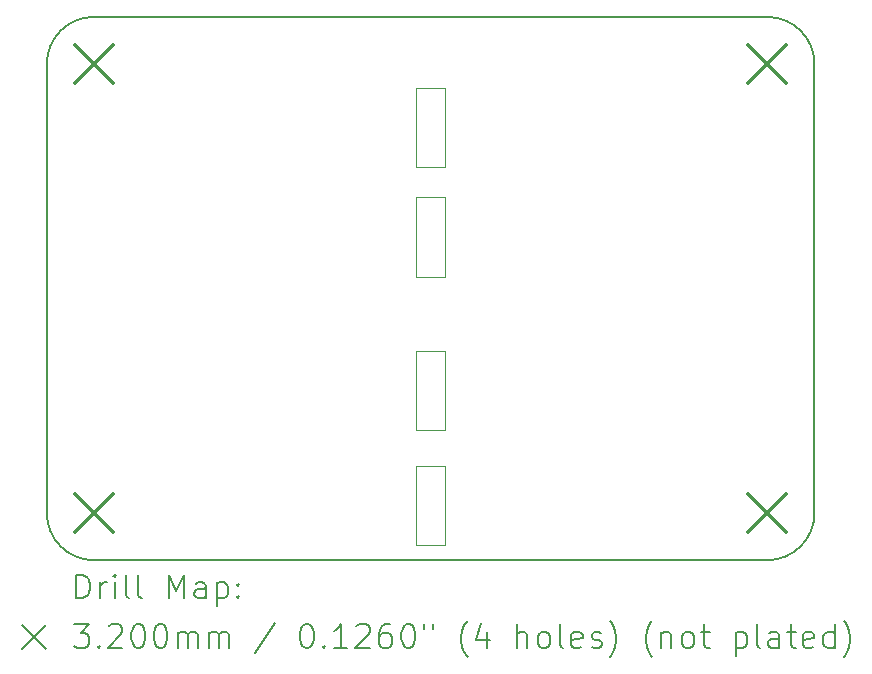
<source format=gbr>
%TF.GenerationSoftware,KiCad,Pcbnew,8.0.2-8.0.2-0~ubuntu22.04.1*%
%TF.CreationDate,2024-05-09T21:58:07-07:00*%
%TF.ProjectId,pifire-relay-module,70696669-7265-42d7-9265-6c61792d6d6f,rev?*%
%TF.SameCoordinates,Original*%
%TF.FileFunction,Drillmap*%
%TF.FilePolarity,Positive*%
%FSLAX45Y45*%
G04 Gerber Fmt 4.5, Leading zero omitted, Abs format (unit mm)*
G04 Created by KiCad (PCBNEW 8.0.2-8.0.2-0~ubuntu22.04.1) date 2024-05-09 21:58:07*
%MOMM*%
%LPD*%
G01*
G04 APERTURE LIST*
%ADD10C,0.050000*%
%ADD11C,0.200000*%
%ADD12C,0.320000*%
G04 APERTURE END LIST*
D10*
X5625000Y-5325000D02*
X5875000Y-5325000D01*
X5875000Y-6000000D01*
X5625000Y-6000000D01*
X5625000Y-5325000D01*
D11*
X9000000Y-2900000D02*
X9000000Y-6700000D01*
X2900000Y-2500000D02*
X8600000Y-2500000D01*
D10*
X5625000Y-3100000D02*
X5875000Y-3100000D01*
X5875000Y-3775000D01*
X5625000Y-3775000D01*
X5625000Y-3100000D01*
X5625000Y-6300000D02*
X5875000Y-6300000D01*
X5875000Y-6975000D01*
X5625000Y-6975000D01*
X5625000Y-6300000D01*
X5625000Y-4025000D02*
X5875000Y-4025000D01*
X5875000Y-4700000D01*
X5625000Y-4700000D01*
X5625000Y-4025000D01*
D11*
X8600000Y-2500000D02*
G75*
G02*
X9000000Y-2900000I0J-400000D01*
G01*
X8600000Y-7100000D02*
X2900000Y-7100000D01*
X2500000Y-2900000D02*
G75*
G02*
X2900000Y-2500000I400000J0D01*
G01*
X9000000Y-6700000D02*
G75*
G02*
X8600000Y-7100000I-400000J0D01*
G01*
X2900000Y-7100000D02*
G75*
G02*
X2500000Y-6700000I0J400000D01*
G01*
X2500000Y-6700000D02*
X2500000Y-2900000D01*
D12*
X2740000Y-2740000D02*
X3060000Y-3060000D01*
X3060000Y-2740000D02*
X2740000Y-3060000D01*
X2740000Y-6540000D02*
X3060000Y-6860000D01*
X3060000Y-6540000D02*
X2740000Y-6860000D01*
X8440000Y-2740000D02*
X8760000Y-3060000D01*
X8760000Y-2740000D02*
X8440000Y-3060000D01*
X8440000Y-6540000D02*
X8760000Y-6860000D01*
X8760000Y-6540000D02*
X8440000Y-6860000D01*
D11*
X2750777Y-7421484D02*
X2750777Y-7221484D01*
X2750777Y-7221484D02*
X2798396Y-7221484D01*
X2798396Y-7221484D02*
X2826967Y-7231008D01*
X2826967Y-7231008D02*
X2846015Y-7250055D01*
X2846015Y-7250055D02*
X2855539Y-7269103D01*
X2855539Y-7269103D02*
X2865062Y-7307198D01*
X2865062Y-7307198D02*
X2865062Y-7335769D01*
X2865062Y-7335769D02*
X2855539Y-7373865D01*
X2855539Y-7373865D02*
X2846015Y-7392912D01*
X2846015Y-7392912D02*
X2826967Y-7411960D01*
X2826967Y-7411960D02*
X2798396Y-7421484D01*
X2798396Y-7421484D02*
X2750777Y-7421484D01*
X2950777Y-7421484D02*
X2950777Y-7288150D01*
X2950777Y-7326246D02*
X2960301Y-7307198D01*
X2960301Y-7307198D02*
X2969824Y-7297674D01*
X2969824Y-7297674D02*
X2988872Y-7288150D01*
X2988872Y-7288150D02*
X3007920Y-7288150D01*
X3074586Y-7421484D02*
X3074586Y-7288150D01*
X3074586Y-7221484D02*
X3065062Y-7231008D01*
X3065062Y-7231008D02*
X3074586Y-7240531D01*
X3074586Y-7240531D02*
X3084110Y-7231008D01*
X3084110Y-7231008D02*
X3074586Y-7221484D01*
X3074586Y-7221484D02*
X3074586Y-7240531D01*
X3198396Y-7421484D02*
X3179348Y-7411960D01*
X3179348Y-7411960D02*
X3169824Y-7392912D01*
X3169824Y-7392912D02*
X3169824Y-7221484D01*
X3303158Y-7421484D02*
X3284110Y-7411960D01*
X3284110Y-7411960D02*
X3274586Y-7392912D01*
X3274586Y-7392912D02*
X3274586Y-7221484D01*
X3531729Y-7421484D02*
X3531729Y-7221484D01*
X3531729Y-7221484D02*
X3598396Y-7364341D01*
X3598396Y-7364341D02*
X3665062Y-7221484D01*
X3665062Y-7221484D02*
X3665062Y-7421484D01*
X3846015Y-7421484D02*
X3846015Y-7316722D01*
X3846015Y-7316722D02*
X3836491Y-7297674D01*
X3836491Y-7297674D02*
X3817443Y-7288150D01*
X3817443Y-7288150D02*
X3779348Y-7288150D01*
X3779348Y-7288150D02*
X3760301Y-7297674D01*
X3846015Y-7411960D02*
X3826967Y-7421484D01*
X3826967Y-7421484D02*
X3779348Y-7421484D01*
X3779348Y-7421484D02*
X3760301Y-7411960D01*
X3760301Y-7411960D02*
X3750777Y-7392912D01*
X3750777Y-7392912D02*
X3750777Y-7373865D01*
X3750777Y-7373865D02*
X3760301Y-7354817D01*
X3760301Y-7354817D02*
X3779348Y-7345293D01*
X3779348Y-7345293D02*
X3826967Y-7345293D01*
X3826967Y-7345293D02*
X3846015Y-7335769D01*
X3941253Y-7288150D02*
X3941253Y-7488150D01*
X3941253Y-7297674D02*
X3960301Y-7288150D01*
X3960301Y-7288150D02*
X3998396Y-7288150D01*
X3998396Y-7288150D02*
X4017443Y-7297674D01*
X4017443Y-7297674D02*
X4026967Y-7307198D01*
X4026967Y-7307198D02*
X4036491Y-7326246D01*
X4036491Y-7326246D02*
X4036491Y-7383388D01*
X4036491Y-7383388D02*
X4026967Y-7402436D01*
X4026967Y-7402436D02*
X4017443Y-7411960D01*
X4017443Y-7411960D02*
X3998396Y-7421484D01*
X3998396Y-7421484D02*
X3960301Y-7421484D01*
X3960301Y-7421484D02*
X3941253Y-7411960D01*
X4122205Y-7402436D02*
X4131729Y-7411960D01*
X4131729Y-7411960D02*
X4122205Y-7421484D01*
X4122205Y-7421484D02*
X4112682Y-7411960D01*
X4112682Y-7411960D02*
X4122205Y-7402436D01*
X4122205Y-7402436D02*
X4122205Y-7421484D01*
X4122205Y-7297674D02*
X4131729Y-7307198D01*
X4131729Y-7307198D02*
X4122205Y-7316722D01*
X4122205Y-7316722D02*
X4112682Y-7307198D01*
X4112682Y-7307198D02*
X4122205Y-7297674D01*
X4122205Y-7297674D02*
X4122205Y-7316722D01*
X2290000Y-7650000D02*
X2490000Y-7850000D01*
X2490000Y-7650000D02*
X2290000Y-7850000D01*
X2731729Y-7641484D02*
X2855539Y-7641484D01*
X2855539Y-7641484D02*
X2788872Y-7717674D01*
X2788872Y-7717674D02*
X2817443Y-7717674D01*
X2817443Y-7717674D02*
X2836491Y-7727198D01*
X2836491Y-7727198D02*
X2846015Y-7736722D01*
X2846015Y-7736722D02*
X2855539Y-7755769D01*
X2855539Y-7755769D02*
X2855539Y-7803388D01*
X2855539Y-7803388D02*
X2846015Y-7822436D01*
X2846015Y-7822436D02*
X2836491Y-7831960D01*
X2836491Y-7831960D02*
X2817443Y-7841484D01*
X2817443Y-7841484D02*
X2760301Y-7841484D01*
X2760301Y-7841484D02*
X2741253Y-7831960D01*
X2741253Y-7831960D02*
X2731729Y-7822436D01*
X2941253Y-7822436D02*
X2950777Y-7831960D01*
X2950777Y-7831960D02*
X2941253Y-7841484D01*
X2941253Y-7841484D02*
X2931729Y-7831960D01*
X2931729Y-7831960D02*
X2941253Y-7822436D01*
X2941253Y-7822436D02*
X2941253Y-7841484D01*
X3026967Y-7660531D02*
X3036491Y-7651008D01*
X3036491Y-7651008D02*
X3055539Y-7641484D01*
X3055539Y-7641484D02*
X3103158Y-7641484D01*
X3103158Y-7641484D02*
X3122205Y-7651008D01*
X3122205Y-7651008D02*
X3131729Y-7660531D01*
X3131729Y-7660531D02*
X3141253Y-7679579D01*
X3141253Y-7679579D02*
X3141253Y-7698627D01*
X3141253Y-7698627D02*
X3131729Y-7727198D01*
X3131729Y-7727198D02*
X3017443Y-7841484D01*
X3017443Y-7841484D02*
X3141253Y-7841484D01*
X3265062Y-7641484D02*
X3284110Y-7641484D01*
X3284110Y-7641484D02*
X3303158Y-7651008D01*
X3303158Y-7651008D02*
X3312682Y-7660531D01*
X3312682Y-7660531D02*
X3322205Y-7679579D01*
X3322205Y-7679579D02*
X3331729Y-7717674D01*
X3331729Y-7717674D02*
X3331729Y-7765293D01*
X3331729Y-7765293D02*
X3322205Y-7803388D01*
X3322205Y-7803388D02*
X3312682Y-7822436D01*
X3312682Y-7822436D02*
X3303158Y-7831960D01*
X3303158Y-7831960D02*
X3284110Y-7841484D01*
X3284110Y-7841484D02*
X3265062Y-7841484D01*
X3265062Y-7841484D02*
X3246015Y-7831960D01*
X3246015Y-7831960D02*
X3236491Y-7822436D01*
X3236491Y-7822436D02*
X3226967Y-7803388D01*
X3226967Y-7803388D02*
X3217443Y-7765293D01*
X3217443Y-7765293D02*
X3217443Y-7717674D01*
X3217443Y-7717674D02*
X3226967Y-7679579D01*
X3226967Y-7679579D02*
X3236491Y-7660531D01*
X3236491Y-7660531D02*
X3246015Y-7651008D01*
X3246015Y-7651008D02*
X3265062Y-7641484D01*
X3455539Y-7641484D02*
X3474586Y-7641484D01*
X3474586Y-7641484D02*
X3493634Y-7651008D01*
X3493634Y-7651008D02*
X3503158Y-7660531D01*
X3503158Y-7660531D02*
X3512682Y-7679579D01*
X3512682Y-7679579D02*
X3522205Y-7717674D01*
X3522205Y-7717674D02*
X3522205Y-7765293D01*
X3522205Y-7765293D02*
X3512682Y-7803388D01*
X3512682Y-7803388D02*
X3503158Y-7822436D01*
X3503158Y-7822436D02*
X3493634Y-7831960D01*
X3493634Y-7831960D02*
X3474586Y-7841484D01*
X3474586Y-7841484D02*
X3455539Y-7841484D01*
X3455539Y-7841484D02*
X3436491Y-7831960D01*
X3436491Y-7831960D02*
X3426967Y-7822436D01*
X3426967Y-7822436D02*
X3417443Y-7803388D01*
X3417443Y-7803388D02*
X3407920Y-7765293D01*
X3407920Y-7765293D02*
X3407920Y-7717674D01*
X3407920Y-7717674D02*
X3417443Y-7679579D01*
X3417443Y-7679579D02*
X3426967Y-7660531D01*
X3426967Y-7660531D02*
X3436491Y-7651008D01*
X3436491Y-7651008D02*
X3455539Y-7641484D01*
X3607920Y-7841484D02*
X3607920Y-7708150D01*
X3607920Y-7727198D02*
X3617443Y-7717674D01*
X3617443Y-7717674D02*
X3636491Y-7708150D01*
X3636491Y-7708150D02*
X3665063Y-7708150D01*
X3665063Y-7708150D02*
X3684110Y-7717674D01*
X3684110Y-7717674D02*
X3693634Y-7736722D01*
X3693634Y-7736722D02*
X3693634Y-7841484D01*
X3693634Y-7736722D02*
X3703158Y-7717674D01*
X3703158Y-7717674D02*
X3722205Y-7708150D01*
X3722205Y-7708150D02*
X3750777Y-7708150D01*
X3750777Y-7708150D02*
X3769824Y-7717674D01*
X3769824Y-7717674D02*
X3779348Y-7736722D01*
X3779348Y-7736722D02*
X3779348Y-7841484D01*
X3874586Y-7841484D02*
X3874586Y-7708150D01*
X3874586Y-7727198D02*
X3884110Y-7717674D01*
X3884110Y-7717674D02*
X3903158Y-7708150D01*
X3903158Y-7708150D02*
X3931729Y-7708150D01*
X3931729Y-7708150D02*
X3950777Y-7717674D01*
X3950777Y-7717674D02*
X3960301Y-7736722D01*
X3960301Y-7736722D02*
X3960301Y-7841484D01*
X3960301Y-7736722D02*
X3969824Y-7717674D01*
X3969824Y-7717674D02*
X3988872Y-7708150D01*
X3988872Y-7708150D02*
X4017443Y-7708150D01*
X4017443Y-7708150D02*
X4036491Y-7717674D01*
X4036491Y-7717674D02*
X4046015Y-7736722D01*
X4046015Y-7736722D02*
X4046015Y-7841484D01*
X4436491Y-7631960D02*
X4265063Y-7889103D01*
X4693634Y-7641484D02*
X4712682Y-7641484D01*
X4712682Y-7641484D02*
X4731729Y-7651008D01*
X4731729Y-7651008D02*
X4741253Y-7660531D01*
X4741253Y-7660531D02*
X4750777Y-7679579D01*
X4750777Y-7679579D02*
X4760301Y-7717674D01*
X4760301Y-7717674D02*
X4760301Y-7765293D01*
X4760301Y-7765293D02*
X4750777Y-7803388D01*
X4750777Y-7803388D02*
X4741253Y-7822436D01*
X4741253Y-7822436D02*
X4731729Y-7831960D01*
X4731729Y-7831960D02*
X4712682Y-7841484D01*
X4712682Y-7841484D02*
X4693634Y-7841484D01*
X4693634Y-7841484D02*
X4674587Y-7831960D01*
X4674587Y-7831960D02*
X4665063Y-7822436D01*
X4665063Y-7822436D02*
X4655539Y-7803388D01*
X4655539Y-7803388D02*
X4646015Y-7765293D01*
X4646015Y-7765293D02*
X4646015Y-7717674D01*
X4646015Y-7717674D02*
X4655539Y-7679579D01*
X4655539Y-7679579D02*
X4665063Y-7660531D01*
X4665063Y-7660531D02*
X4674587Y-7651008D01*
X4674587Y-7651008D02*
X4693634Y-7641484D01*
X4846015Y-7822436D02*
X4855539Y-7831960D01*
X4855539Y-7831960D02*
X4846015Y-7841484D01*
X4846015Y-7841484D02*
X4836491Y-7831960D01*
X4836491Y-7831960D02*
X4846015Y-7822436D01*
X4846015Y-7822436D02*
X4846015Y-7841484D01*
X5046015Y-7841484D02*
X4931729Y-7841484D01*
X4988872Y-7841484D02*
X4988872Y-7641484D01*
X4988872Y-7641484D02*
X4969825Y-7670055D01*
X4969825Y-7670055D02*
X4950777Y-7689103D01*
X4950777Y-7689103D02*
X4931729Y-7698627D01*
X5122206Y-7660531D02*
X5131729Y-7651008D01*
X5131729Y-7651008D02*
X5150777Y-7641484D01*
X5150777Y-7641484D02*
X5198396Y-7641484D01*
X5198396Y-7641484D02*
X5217444Y-7651008D01*
X5217444Y-7651008D02*
X5226968Y-7660531D01*
X5226968Y-7660531D02*
X5236491Y-7679579D01*
X5236491Y-7679579D02*
X5236491Y-7698627D01*
X5236491Y-7698627D02*
X5226968Y-7727198D01*
X5226968Y-7727198D02*
X5112682Y-7841484D01*
X5112682Y-7841484D02*
X5236491Y-7841484D01*
X5407920Y-7641484D02*
X5369825Y-7641484D01*
X5369825Y-7641484D02*
X5350777Y-7651008D01*
X5350777Y-7651008D02*
X5341253Y-7660531D01*
X5341253Y-7660531D02*
X5322206Y-7689103D01*
X5322206Y-7689103D02*
X5312682Y-7727198D01*
X5312682Y-7727198D02*
X5312682Y-7803388D01*
X5312682Y-7803388D02*
X5322206Y-7822436D01*
X5322206Y-7822436D02*
X5331729Y-7831960D01*
X5331729Y-7831960D02*
X5350777Y-7841484D01*
X5350777Y-7841484D02*
X5388872Y-7841484D01*
X5388872Y-7841484D02*
X5407920Y-7831960D01*
X5407920Y-7831960D02*
X5417444Y-7822436D01*
X5417444Y-7822436D02*
X5426968Y-7803388D01*
X5426968Y-7803388D02*
X5426968Y-7755769D01*
X5426968Y-7755769D02*
X5417444Y-7736722D01*
X5417444Y-7736722D02*
X5407920Y-7727198D01*
X5407920Y-7727198D02*
X5388872Y-7717674D01*
X5388872Y-7717674D02*
X5350777Y-7717674D01*
X5350777Y-7717674D02*
X5331729Y-7727198D01*
X5331729Y-7727198D02*
X5322206Y-7736722D01*
X5322206Y-7736722D02*
X5312682Y-7755769D01*
X5550777Y-7641484D02*
X5569825Y-7641484D01*
X5569825Y-7641484D02*
X5588872Y-7651008D01*
X5588872Y-7651008D02*
X5598396Y-7660531D01*
X5598396Y-7660531D02*
X5607920Y-7679579D01*
X5607920Y-7679579D02*
X5617444Y-7717674D01*
X5617444Y-7717674D02*
X5617444Y-7765293D01*
X5617444Y-7765293D02*
X5607920Y-7803388D01*
X5607920Y-7803388D02*
X5598396Y-7822436D01*
X5598396Y-7822436D02*
X5588872Y-7831960D01*
X5588872Y-7831960D02*
X5569825Y-7841484D01*
X5569825Y-7841484D02*
X5550777Y-7841484D01*
X5550777Y-7841484D02*
X5531729Y-7831960D01*
X5531729Y-7831960D02*
X5522206Y-7822436D01*
X5522206Y-7822436D02*
X5512682Y-7803388D01*
X5512682Y-7803388D02*
X5503158Y-7765293D01*
X5503158Y-7765293D02*
X5503158Y-7717674D01*
X5503158Y-7717674D02*
X5512682Y-7679579D01*
X5512682Y-7679579D02*
X5522206Y-7660531D01*
X5522206Y-7660531D02*
X5531729Y-7651008D01*
X5531729Y-7651008D02*
X5550777Y-7641484D01*
X5693634Y-7641484D02*
X5693634Y-7679579D01*
X5769825Y-7641484D02*
X5769825Y-7679579D01*
X6065063Y-7917674D02*
X6055539Y-7908150D01*
X6055539Y-7908150D02*
X6036491Y-7879579D01*
X6036491Y-7879579D02*
X6026968Y-7860531D01*
X6026968Y-7860531D02*
X6017444Y-7831960D01*
X6017444Y-7831960D02*
X6007920Y-7784341D01*
X6007920Y-7784341D02*
X6007920Y-7746246D01*
X6007920Y-7746246D02*
X6017444Y-7698627D01*
X6017444Y-7698627D02*
X6026968Y-7670055D01*
X6026968Y-7670055D02*
X6036491Y-7651008D01*
X6036491Y-7651008D02*
X6055539Y-7622436D01*
X6055539Y-7622436D02*
X6065063Y-7612912D01*
X6226968Y-7708150D02*
X6226968Y-7841484D01*
X6179348Y-7631960D02*
X6131729Y-7774817D01*
X6131729Y-7774817D02*
X6255539Y-7774817D01*
X6484110Y-7841484D02*
X6484110Y-7641484D01*
X6569825Y-7841484D02*
X6569825Y-7736722D01*
X6569825Y-7736722D02*
X6560301Y-7717674D01*
X6560301Y-7717674D02*
X6541253Y-7708150D01*
X6541253Y-7708150D02*
X6512682Y-7708150D01*
X6512682Y-7708150D02*
X6493634Y-7717674D01*
X6493634Y-7717674D02*
X6484110Y-7727198D01*
X6693634Y-7841484D02*
X6674587Y-7831960D01*
X6674587Y-7831960D02*
X6665063Y-7822436D01*
X6665063Y-7822436D02*
X6655539Y-7803388D01*
X6655539Y-7803388D02*
X6655539Y-7746246D01*
X6655539Y-7746246D02*
X6665063Y-7727198D01*
X6665063Y-7727198D02*
X6674587Y-7717674D01*
X6674587Y-7717674D02*
X6693634Y-7708150D01*
X6693634Y-7708150D02*
X6722206Y-7708150D01*
X6722206Y-7708150D02*
X6741253Y-7717674D01*
X6741253Y-7717674D02*
X6750777Y-7727198D01*
X6750777Y-7727198D02*
X6760301Y-7746246D01*
X6760301Y-7746246D02*
X6760301Y-7803388D01*
X6760301Y-7803388D02*
X6750777Y-7822436D01*
X6750777Y-7822436D02*
X6741253Y-7831960D01*
X6741253Y-7831960D02*
X6722206Y-7841484D01*
X6722206Y-7841484D02*
X6693634Y-7841484D01*
X6874587Y-7841484D02*
X6855539Y-7831960D01*
X6855539Y-7831960D02*
X6846015Y-7812912D01*
X6846015Y-7812912D02*
X6846015Y-7641484D01*
X7026968Y-7831960D02*
X7007920Y-7841484D01*
X7007920Y-7841484D02*
X6969825Y-7841484D01*
X6969825Y-7841484D02*
X6950777Y-7831960D01*
X6950777Y-7831960D02*
X6941253Y-7812912D01*
X6941253Y-7812912D02*
X6941253Y-7736722D01*
X6941253Y-7736722D02*
X6950777Y-7717674D01*
X6950777Y-7717674D02*
X6969825Y-7708150D01*
X6969825Y-7708150D02*
X7007920Y-7708150D01*
X7007920Y-7708150D02*
X7026968Y-7717674D01*
X7026968Y-7717674D02*
X7036491Y-7736722D01*
X7036491Y-7736722D02*
X7036491Y-7755769D01*
X7036491Y-7755769D02*
X6941253Y-7774817D01*
X7112682Y-7831960D02*
X7131730Y-7841484D01*
X7131730Y-7841484D02*
X7169825Y-7841484D01*
X7169825Y-7841484D02*
X7188872Y-7831960D01*
X7188872Y-7831960D02*
X7198396Y-7812912D01*
X7198396Y-7812912D02*
X7198396Y-7803388D01*
X7198396Y-7803388D02*
X7188872Y-7784341D01*
X7188872Y-7784341D02*
X7169825Y-7774817D01*
X7169825Y-7774817D02*
X7141253Y-7774817D01*
X7141253Y-7774817D02*
X7122206Y-7765293D01*
X7122206Y-7765293D02*
X7112682Y-7746246D01*
X7112682Y-7746246D02*
X7112682Y-7736722D01*
X7112682Y-7736722D02*
X7122206Y-7717674D01*
X7122206Y-7717674D02*
X7141253Y-7708150D01*
X7141253Y-7708150D02*
X7169825Y-7708150D01*
X7169825Y-7708150D02*
X7188872Y-7717674D01*
X7265063Y-7917674D02*
X7274587Y-7908150D01*
X7274587Y-7908150D02*
X7293634Y-7879579D01*
X7293634Y-7879579D02*
X7303158Y-7860531D01*
X7303158Y-7860531D02*
X7312682Y-7831960D01*
X7312682Y-7831960D02*
X7322206Y-7784341D01*
X7322206Y-7784341D02*
X7322206Y-7746246D01*
X7322206Y-7746246D02*
X7312682Y-7698627D01*
X7312682Y-7698627D02*
X7303158Y-7670055D01*
X7303158Y-7670055D02*
X7293634Y-7651008D01*
X7293634Y-7651008D02*
X7274587Y-7622436D01*
X7274587Y-7622436D02*
X7265063Y-7612912D01*
X7626968Y-7917674D02*
X7617444Y-7908150D01*
X7617444Y-7908150D02*
X7598396Y-7879579D01*
X7598396Y-7879579D02*
X7588872Y-7860531D01*
X7588872Y-7860531D02*
X7579349Y-7831960D01*
X7579349Y-7831960D02*
X7569825Y-7784341D01*
X7569825Y-7784341D02*
X7569825Y-7746246D01*
X7569825Y-7746246D02*
X7579349Y-7698627D01*
X7579349Y-7698627D02*
X7588872Y-7670055D01*
X7588872Y-7670055D02*
X7598396Y-7651008D01*
X7598396Y-7651008D02*
X7617444Y-7622436D01*
X7617444Y-7622436D02*
X7626968Y-7612912D01*
X7703158Y-7708150D02*
X7703158Y-7841484D01*
X7703158Y-7727198D02*
X7712682Y-7717674D01*
X7712682Y-7717674D02*
X7731730Y-7708150D01*
X7731730Y-7708150D02*
X7760301Y-7708150D01*
X7760301Y-7708150D02*
X7779349Y-7717674D01*
X7779349Y-7717674D02*
X7788872Y-7736722D01*
X7788872Y-7736722D02*
X7788872Y-7841484D01*
X7912682Y-7841484D02*
X7893634Y-7831960D01*
X7893634Y-7831960D02*
X7884111Y-7822436D01*
X7884111Y-7822436D02*
X7874587Y-7803388D01*
X7874587Y-7803388D02*
X7874587Y-7746246D01*
X7874587Y-7746246D02*
X7884111Y-7727198D01*
X7884111Y-7727198D02*
X7893634Y-7717674D01*
X7893634Y-7717674D02*
X7912682Y-7708150D01*
X7912682Y-7708150D02*
X7941253Y-7708150D01*
X7941253Y-7708150D02*
X7960301Y-7717674D01*
X7960301Y-7717674D02*
X7969825Y-7727198D01*
X7969825Y-7727198D02*
X7979349Y-7746246D01*
X7979349Y-7746246D02*
X7979349Y-7803388D01*
X7979349Y-7803388D02*
X7969825Y-7822436D01*
X7969825Y-7822436D02*
X7960301Y-7831960D01*
X7960301Y-7831960D02*
X7941253Y-7841484D01*
X7941253Y-7841484D02*
X7912682Y-7841484D01*
X8036492Y-7708150D02*
X8112682Y-7708150D01*
X8065063Y-7641484D02*
X8065063Y-7812912D01*
X8065063Y-7812912D02*
X8074587Y-7831960D01*
X8074587Y-7831960D02*
X8093634Y-7841484D01*
X8093634Y-7841484D02*
X8112682Y-7841484D01*
X8331730Y-7708150D02*
X8331730Y-7908150D01*
X8331730Y-7717674D02*
X8350777Y-7708150D01*
X8350777Y-7708150D02*
X8388873Y-7708150D01*
X8388873Y-7708150D02*
X8407920Y-7717674D01*
X8407920Y-7717674D02*
X8417444Y-7727198D01*
X8417444Y-7727198D02*
X8426968Y-7746246D01*
X8426968Y-7746246D02*
X8426968Y-7803388D01*
X8426968Y-7803388D02*
X8417444Y-7822436D01*
X8417444Y-7822436D02*
X8407920Y-7831960D01*
X8407920Y-7831960D02*
X8388873Y-7841484D01*
X8388873Y-7841484D02*
X8350777Y-7841484D01*
X8350777Y-7841484D02*
X8331730Y-7831960D01*
X8541254Y-7841484D02*
X8522206Y-7831960D01*
X8522206Y-7831960D02*
X8512682Y-7812912D01*
X8512682Y-7812912D02*
X8512682Y-7641484D01*
X8703158Y-7841484D02*
X8703158Y-7736722D01*
X8703158Y-7736722D02*
X8693635Y-7717674D01*
X8693635Y-7717674D02*
X8674587Y-7708150D01*
X8674587Y-7708150D02*
X8636492Y-7708150D01*
X8636492Y-7708150D02*
X8617444Y-7717674D01*
X8703158Y-7831960D02*
X8684111Y-7841484D01*
X8684111Y-7841484D02*
X8636492Y-7841484D01*
X8636492Y-7841484D02*
X8617444Y-7831960D01*
X8617444Y-7831960D02*
X8607920Y-7812912D01*
X8607920Y-7812912D02*
X8607920Y-7793865D01*
X8607920Y-7793865D02*
X8617444Y-7774817D01*
X8617444Y-7774817D02*
X8636492Y-7765293D01*
X8636492Y-7765293D02*
X8684111Y-7765293D01*
X8684111Y-7765293D02*
X8703158Y-7755769D01*
X8769825Y-7708150D02*
X8846015Y-7708150D01*
X8798396Y-7641484D02*
X8798396Y-7812912D01*
X8798396Y-7812912D02*
X8807920Y-7831960D01*
X8807920Y-7831960D02*
X8826968Y-7841484D01*
X8826968Y-7841484D02*
X8846015Y-7841484D01*
X8988873Y-7831960D02*
X8969825Y-7841484D01*
X8969825Y-7841484D02*
X8931730Y-7841484D01*
X8931730Y-7841484D02*
X8912682Y-7831960D01*
X8912682Y-7831960D02*
X8903158Y-7812912D01*
X8903158Y-7812912D02*
X8903158Y-7736722D01*
X8903158Y-7736722D02*
X8912682Y-7717674D01*
X8912682Y-7717674D02*
X8931730Y-7708150D01*
X8931730Y-7708150D02*
X8969825Y-7708150D01*
X8969825Y-7708150D02*
X8988873Y-7717674D01*
X8988873Y-7717674D02*
X8998396Y-7736722D01*
X8998396Y-7736722D02*
X8998396Y-7755769D01*
X8998396Y-7755769D02*
X8903158Y-7774817D01*
X9169825Y-7841484D02*
X9169825Y-7641484D01*
X9169825Y-7831960D02*
X9150777Y-7841484D01*
X9150777Y-7841484D02*
X9112682Y-7841484D01*
X9112682Y-7841484D02*
X9093635Y-7831960D01*
X9093635Y-7831960D02*
X9084111Y-7822436D01*
X9084111Y-7822436D02*
X9074587Y-7803388D01*
X9074587Y-7803388D02*
X9074587Y-7746246D01*
X9074587Y-7746246D02*
X9084111Y-7727198D01*
X9084111Y-7727198D02*
X9093635Y-7717674D01*
X9093635Y-7717674D02*
X9112682Y-7708150D01*
X9112682Y-7708150D02*
X9150777Y-7708150D01*
X9150777Y-7708150D02*
X9169825Y-7717674D01*
X9246016Y-7917674D02*
X9255539Y-7908150D01*
X9255539Y-7908150D02*
X9274587Y-7879579D01*
X9274587Y-7879579D02*
X9284111Y-7860531D01*
X9284111Y-7860531D02*
X9293635Y-7831960D01*
X9293635Y-7831960D02*
X9303158Y-7784341D01*
X9303158Y-7784341D02*
X9303158Y-7746246D01*
X9303158Y-7746246D02*
X9293635Y-7698627D01*
X9293635Y-7698627D02*
X9284111Y-7670055D01*
X9284111Y-7670055D02*
X9274587Y-7651008D01*
X9274587Y-7651008D02*
X9255539Y-7622436D01*
X9255539Y-7622436D02*
X9246016Y-7612912D01*
M02*

</source>
